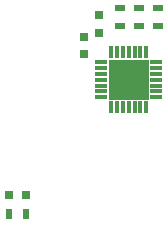
<source format=gbr>
G04 #@! TF.GenerationSoftware,KiCad,Pcbnew,(5.1.4)-1*
G04 #@! TF.CreationDate,2020-08-02T15:41:35-03:00*
G04 #@! TF.ProjectId,esp32_energy_monitor,65737033-325f-4656-9e65-7267795f6d6f,A*
G04 #@! TF.SameCoordinates,PX6d8d2a8PY639eee0*
G04 #@! TF.FileFunction,Paste,Bot*
G04 #@! TF.FilePolarity,Positive*
%FSLAX46Y46*%
G04 Gerber Fmt 4.6, Leading zero omitted, Abs format (unit mm)*
G04 Created by KiCad (PCBNEW (5.1.4)-1) date 2020-08-02 15:41:36*
%MOMM*%
%LPD*%
G04 APERTURE LIST*
%ADD10R,0.800000X0.750000*%
%ADD11R,0.750000X0.800000*%
%ADD12R,3.350000X3.350000*%
%ADD13R,0.300000X1.000000*%
%ADD14R,1.000000X0.300000*%
%ADD15R,0.500000X0.900000*%
%ADD16R,0.900000X0.500000*%
G04 APERTURE END LIST*
D10*
G04 #@! TO.C,C1*
X2377000Y11460000D03*
X3877000Y11460000D03*
G04 #@! TD*
D11*
G04 #@! TO.C,C10*
X10027000Y26710000D03*
X10027000Y25210000D03*
G04 #@! TD*
G04 #@! TO.C,C11*
X8727000Y23410000D03*
X8727000Y24910000D03*
G04 #@! TD*
D12*
G04 #@! TO.C,IC2*
X12527000Y21260000D03*
D13*
X11027000Y18910000D03*
X11527000Y18910000D03*
X12027000Y18910000D03*
X12527000Y18910000D03*
X13027000Y18910000D03*
X13527000Y18910000D03*
X14027000Y18910000D03*
D14*
X14877000Y19760000D03*
X14877000Y20260000D03*
X14877000Y20760000D03*
X14877000Y21260000D03*
X14877000Y21760000D03*
X14877000Y22260000D03*
X14877000Y22760000D03*
D13*
X14027000Y23610000D03*
X13527000Y23610000D03*
X13027000Y23610000D03*
X12527000Y23610000D03*
X12027000Y23610000D03*
X11527000Y23610000D03*
X11027000Y23610000D03*
D14*
X10177000Y22760000D03*
X10177000Y22260000D03*
X10177000Y21760000D03*
X10177000Y21260000D03*
X10177000Y20760000D03*
X10177000Y20260000D03*
X10177000Y19760000D03*
G04 #@! TD*
D15*
G04 #@! TO.C,R3*
X2377000Y9860000D03*
X3877000Y9860000D03*
G04 #@! TD*
D16*
G04 #@! TO.C,R10*
X13427000Y25810000D03*
X13427000Y27310000D03*
G04 #@! TD*
G04 #@! TO.C,R11*
X11827000Y27310000D03*
X11827000Y25810000D03*
G04 #@! TD*
G04 #@! TO.C,R12*
X15027000Y25810000D03*
X15027000Y27310000D03*
G04 #@! TD*
M02*

</source>
